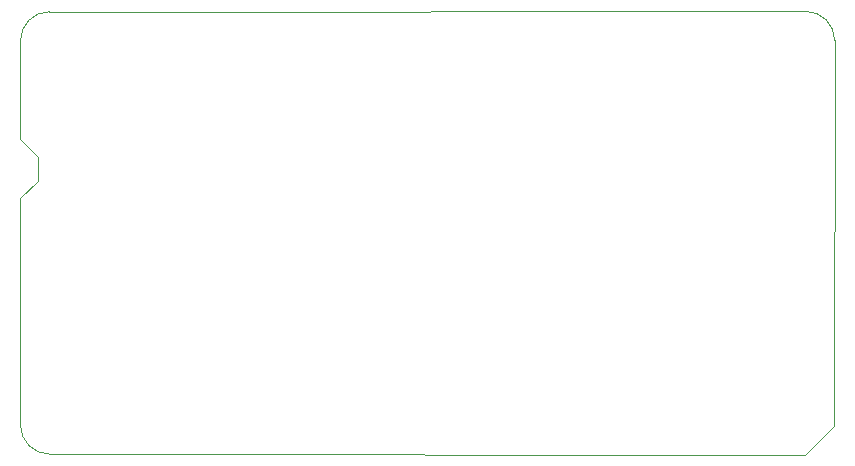
<source format=gbr>
%TF.GenerationSoftware,KiCad,Pcbnew,(6.0.8)*%
%TF.CreationDate,2022-10-11T12:28:16+11:00*%
%TF.ProjectId,PicoGamePad_V3_0_0_A,5069636f-4761-46d6-9550-61645f56335f,4.0.0 (Rev A)*%
%TF.SameCoordinates,Original*%
%TF.FileFunction,Profile,NP*%
%FSLAX46Y46*%
G04 Gerber Fmt 4.6, Leading zero omitted, Abs format (unit mm)*
G04 Created by KiCad (PCBNEW (6.0.8)) date 2022-10-11 12:28:16*
%MOMM*%
%LPD*%
G01*
G04 APERTURE LIST*
%TA.AperFunction,Profile*%
%ADD10C,0.010000*%
%TD*%
G04 APERTURE END LIST*
D10*
X158942612Y-57417588D02*
G75*
G03*
X156492588Y-54967588I-2450012J-12D01*
G01*
X90000000Y-90000000D02*
G75*
G03*
X92450000Y-92450000I2450000J0D01*
G01*
X90000000Y-70800000D02*
X91500000Y-69300000D01*
X90000000Y-70800000D02*
X90000000Y-90000000D01*
X90000000Y-65800000D02*
X91500000Y-67300000D01*
X92450001Y-55000000D02*
X156492588Y-54967588D01*
X92450001Y-55000001D02*
G75*
G03*
X90000001Y-57450000I-1J-2449999D01*
G01*
X90000001Y-57450000D02*
X90000001Y-65800000D01*
X158917588Y-90067588D02*
X156467588Y-92517588D01*
X91500000Y-67300000D02*
X91500000Y-69300000D01*
X92450000Y-92450000D02*
X156467588Y-92517588D01*
X158917588Y-90067588D02*
X158942588Y-57417588D01*
M02*

</source>
